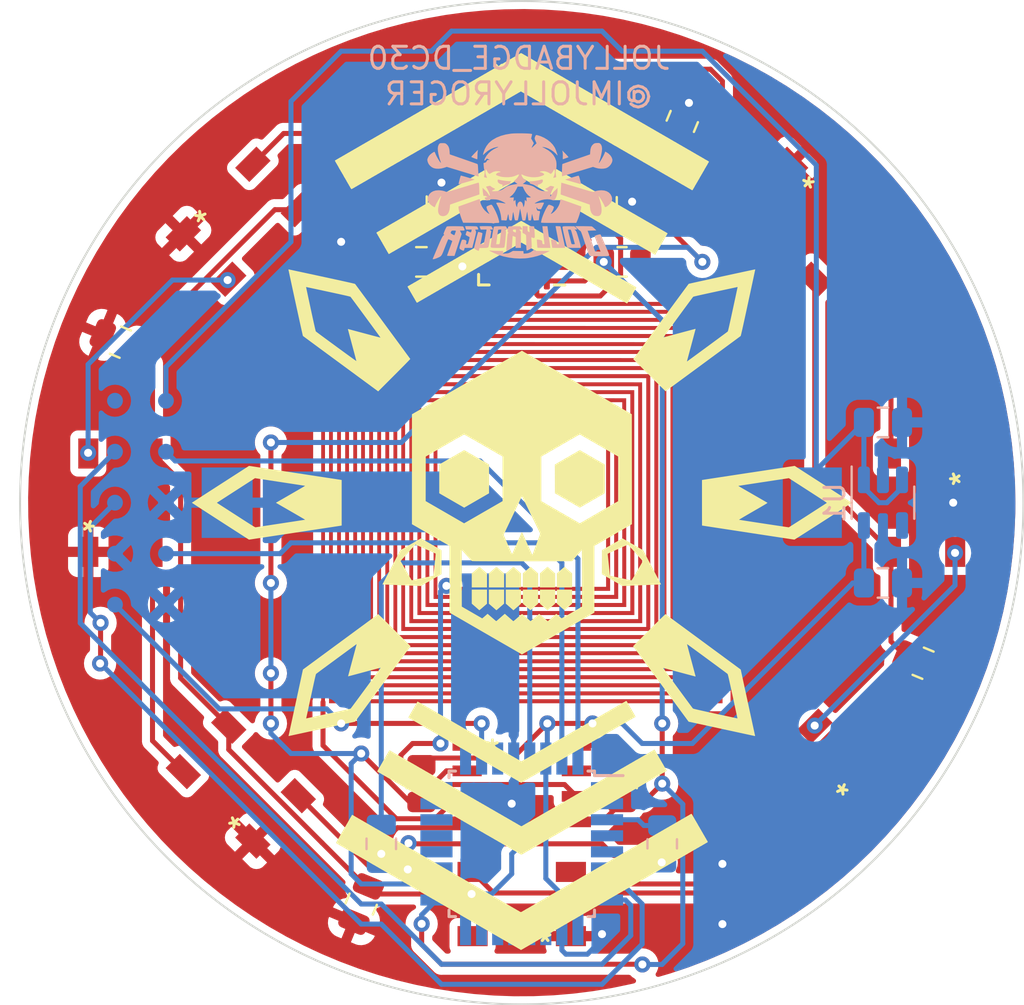
<source format=kicad_pcb>
(kicad_pcb (version 20211014) (generator pcbnew)
  (layers (0 "F.Cu" signal) (31 "B.Cu" signal) (34 "B.Paste" user) (35 "F.Paste" user) (36 "B.SilkS" user "B.Silkscreen") (37 "F.SilkS" user "F.Silkscreen") (38 "B.Mask" user) (39 "F.Mask" user) (44 "Edge.Cuts" user))
  (net 0 "")
  (net 1 "VCC")
  (net 2 "GND")
  (net 3 "Net-(C3-Pad1)")
  (net 4 "Net-(C8-Pad1)")
  (net 5 "Net-(C9-Pad1)")
  (net 6 "Net-(D1-Pad2)")
  (net 7 "Net-(D1-Pad4)")
  (net 8 "Net-(D2-Pad2)")
  (net 9 "Net-(D3-Pad2)")
  (net 10 "Net-(D4-Pad2)")
  (net 11 "Net-(D5-Pad2)")
  (net 12 "Net-(D6-Pad2)")
  (net 13 "/SWDIO")
  (net 14 "/SWCLK")
  (net 15 "/RESET")
  (net 16 "/TX")
  (net 17 "/RX")
  (net 18 "/SWIO")
  (net 23 "/SCL")
  (net 24 "/SDA")
  (net 25 "/NEO_DATA")
  (net 27 "Net-(ANT1-Pad2)")
  (net 28 "Net-(ANT1-Pad1)")
  (net 50 "Net-(D7-Pad2)")
  (footprint "LED_SMD:LED_WS2812B_PLCC4_5.0x5.0mm_P3.2mm" (layer "F.Cu") (at 164 86 135)
    (fp_text reference "D5" hide)
    (fp_text value "WS2812B")
    (fp_text user "*" (at 1.182988 1.898283 135 unlocked) (layer "F.SilkS"))
    (pad "1" smd rect (at -2.45 -1.6 135) (size 1.5 1) (layers "F.Cu" "F.Paste" "F.Mask") (net 1 "VCC"))
    (pad "2" smd rect (at -2.45 1.6 135) (size 1.5 1) (layers "F.Cu" "F.Paste" "F.Mask") (net 11 "Net-(D5-Pad2)"))
    (pad "3" smd rect (at 2.45 1.6 135) (size 1.5 1) (layers "F.Cu" "F.Paste" "F.Mask") (net 2 "GND"))
    (pad "4" smd rect (at 2.45 -1.6 135) (size 1.5 1) (layers "F.Cu" "F.Paste" "F.Mask") (net 10 "Net-(D4-Pad2)"))
  )
  (footprint "Resistor_SMD:R_0805_2012Metric" (layer "F.Cu") (at 155 88 180)
    (fp_text reference "R5" hide)
    (fp_text value "10K")
    (pad "1" smd roundrect (at -0.9125 0 180) (size 1.025 1.4) (layers "F.Cu" "F.Paste" "F.Mask") (roundrect_rratio 0.243902439) (net 1 "VCC"))
    (pad "2" smd roundrect (at 0.9125 0 180) (size 1.025 1.4) (layers "F.Cu" "F.Paste" "F.Mask") (roundrect_rratio 0.243902439) (net 24 "/SDA"))
  )
  (footprint "LED_SMD:LED_WS2812B_PLCC4_5.0x5.0mm_P3.2mm" (layer "F.Cu") (at 130 100 -90)
    (fp_text reference "D2" hide)
    (fp_text value "WS2812B")
    (fp_text user "*" (at 1.172173 1.893439 -90 unlocked) (layer "F.SilkS"))
    (pad "1" smd rect (at -2.45 -1.6 270) (size 1.5 1) (layers "F.Cu" "F.Paste" "F.Mask") (net 1 "VCC"))
    (pad "2" smd rect (at -2.45 1.6 270) (size 1.5 1) (layers "F.Cu" "F.Paste" "F.Mask") (net 8 "Net-(D2-Pad2)"))
    (pad "3" smd rect (at 2.45 1.6 270) (size 1.5 1) (layers "F.Cu" "F.Paste" "F.Mask") (net 2 "GND"))
    (pad "4" smd rect (at 2.45 -1.6 270) (size 1.5 1) (layers "F.Cu" "F.Paste" "F.Mask") (net 6 "Net-(D1-Pad2)"))
  )
  (footprint "LED_SMD:LED_WS2812B_PLCC4_5.0x5.0mm_P3.2mm" (layer "F.Cu") (at 164 114 45)
    (fp_text reference "D7" hide)
    (fp_text value "WS2812B")
    (fp_text user "*" (at 1.192158 1.907454 45 unlocked) (layer "F.SilkS"))
    (pad "1" smd rect (at -2.45 -1.6 45) (size 1.5 1) (layers "F.Cu" "F.Paste" "F.Mask") (net 1 "VCC"))
    (pad "2" smd rect (at -2.45 1.6 45) (size 1.5 1) (layers "F.Cu" "F.Paste" "F.Mask") (net 50 "Net-(D7-Pad2)"))
    (pad "3" smd rect (at 2.45 1.6 45) (size 1.5 1) (layers "F.Cu" "F.Paste" "F.Mask") (net 2 "GND"))
    (pad "4" smd rect (at 2.45 -1.6 45) (size 1.5 1) (layers "F.Cu" "F.Paste" "F.Mask") (net 12 "Net-(D6-Pad2)"))
  )
  (footprint "Capacitor_SMD:C_0805_2012Metric" (layer "F.Cu") (at 146 85 90)
    (fp_text reference "C8" hide)
    (fp_text value "0.1uF")
    (pad "1" smd roundrect (at -0.95 0 90) (size 1 1.45) (layers "F.Cu" "F.Paste" "F.Mask") (net 4 "Net-(C8-Pad1)"))
    (pad "2" smd roundrect (at 0.95 0 90) (size 1 1.45) (layers "F.Cu" "F.Paste" "F.Mask") (net 2 "GND"))
  )
  (footprint "Resistor_SMD:R_0805_2012Metric" (layer "F.Cu") (at 145 114 -90)
    (fp_text reference "R2" hide)
    (fp_text value "10K")
    (pad "1" smd roundrect (at -0.9125 0 270) (size 1.025 1.4) (layers "F.Cu" "F.Paste" "F.Mask") (roundrect_rratio 0.243902439) (net 1 "VCC"))
    (pad "2" smd roundrect (at 0.9125 0 270) (size 1.025 1.4) (layers "F.Cu" "F.Paste" "F.Mask") (roundrect_rratio 0.243902439) (net 23 "/SCL"))
  )
  (footprint "LOGO" (layer "F.Cu") (at 150 100)
    (fp_text reference "G***" hide)
    (fp_text value "LOGO" hide)
  )
  (footprint "Sensor_Motion:InvenSense_QFN-24_4x4mm_P0.5mm" (layer "F.Cu") (at 150 87 180)
    (fp_text reference "MPU-6050" hide)
    (fp_text value "MPU-6050")
    (pad "1" smd roundrect (at -1.95 -1.25 180) (size 0.85 0.3) (layers "F.Cu" "F.Paste" "F.Mask") (net 2 "GND"))
    (pad "2" smd roundrect (at -1.95 -0.75 180) (size 0.85 0.3) (layers "F.Cu" "F.Paste" "F.Mask"))
    (pad "3" smd roundrect (at -1.95 -0.25 180) (size 0.85 0.3) (layers "F.Cu" "F.Paste" "F.Mask"))
    (pad "4" smd roundrect (at -1.95 0.25 180) (size 0.85 0.3) (layers "F.Cu" "F.Paste" "F.Mask"))
    (pad "5" smd roundrect (at -1.95 0.75 180) (size 0.85 0.3) (layers "F.Cu" "F.Paste" "F.Mask"))
    (pad "6" smd roundrect (at -1.95 1.25 180) (size 0.85 0.3) (layers "F.Cu" "F.Paste" "F.Mask"))
    (pad "7" smd roundrect (at -1.25 1.95 270) (size 0.85 0.3) (layers "F.Cu" "F.Paste" "F.Mask"))
    (pad "8" smd roundrect (at -0.75 1.95 270) (size 0.85 0.3) (layers "F.Cu" "F.Paste" "F.Mask") (net 1 "VCC"))
    (pad "9" smd roundrect (at -0.25 1.95 270) (size 0.85 0.3) (layers "F.Cu" "F.Paste" "F.Mask"))
    (pad "10" smd roundrect (at 0.25 1.95 270) (size 0.85 0.3) (layers "F.Cu" "F.Paste" "F.Mask") (net 4 "Net-(C8-Pad1)"))
    (pad "11" smd roundrect (at 0.75 1.95 270) (size 0.85 0.3) (layers "F.Cu" "F.Paste" "F.Mask") (net 2 "GND"))
    (pad "12" smd roundrect (at 1.25 1.95 270) (size 0.85 0.3) (layers "F.Cu" "F.Paste" "F.Mask"))
    (pad "13" smd roundrect (at 1.95 1.25 180) (size 0.85 0.3) (layers "F.Cu" "F.Paste" "F.Mask") (net 1 "VCC"))
    (pad "14" smd roundrect (at 1.95 0.75 180) (size 0.85 0.3) (layers "F.Cu" "F.Paste" "F.Mask"))
    (pad "15" smd roundrect (at 1.95 0.25 180) (size 0.85 0.3) (layers "F.Cu" "F.Paste" "F.Mask"))
    (pad "16" smd roundrect (at 1.95 -0.25 180) (size 0.85 0.3) (layers "F.Cu" "F.Paste" "F.Mask"))
    (pad "17" smd roundrect (at 1.95 -0.75 180) (size 0.85 0.3) (layers "F.Cu" "F.Paste" "F.Mask"))
    (pad "18" smd roundrect (at 1.95 -1.25 180) (size 0.85 0.3) (layers "F.Cu" "F.Paste" "F.Mask") (net 2 "GND"))
    (pad "19" smd roundrect (at 1.25 -1.95 270) (size 0.85 0.3) (layers "F.Cu" "F.Paste" "F.Mask"))
    (pad "20" smd roundrect (at 0.75 -1.95 270) (size 0.85 0.3) (layers "F.Cu" "F.Paste" "F.Mask") (net 5 "Net-(C9-Pad1)"))
    (pad "21" smd roundrect (at 0.25 -1.95 270) (size 0.85 0.3) (layers "F.Cu" "F.Paste" "F.Mask"))
    (pad "22" smd roundrect (at -0.25 -1.95 270) (size 0.85 0.3) (layers "F.Cu" "F.Paste" "F.Mask"))
    (pad "23" smd roundrect (at -0.75 -1.95 270) (size 0.85 0.3) (layers "F.Cu" "F.Paste" "F.Mask") (net 23 "/SCL"))
    (pad "24" smd roundrect (at -1.25 -1.95 270) (size 0.85 0.3) (layers "F.Cu" "F.Paste" "F.Mask") (net 24 "/SDA"))
  )
  (footprint "Resistor_SMD:R_0805_2012Metric" (layer "F.Cu") (at 155 114 -90)
    (fp_text reference "R3" hide)
    (fp_text value "10K")
    (pad "1" smd roundrect (at -0.9125 0 270) (size 1.025 1.4) (layers "F.Cu" "F.Paste" "F.Mask") (roundrect_rratio 0.243902439) (net 1 "VCC"))
    (pad "2" smd roundrect (at 0.9125 0 270) (size 1.025 1.4) (layers "F.Cu" "F.Paste" "F.Mask") (roundrect_rratio 0.243902439) (net 24 "/SDA"))
  )
  (footprint "Resistor_SMD:R_0805_2012Metric" (layer "F.Cu") (at 154 85 -90)
    (fp_text reference "R4" hide)
    (fp_text value "10K")
    (pad "1" smd roundrect (at -0.9125 0 270) (size 1.025 1.4) (layers "F.Cu" "F.Paste" "F.Mask") (roundrect_rratio 0.243902439) (net 1 "VCC"))
    (pad "2" smd roundrect (at 0.9125 0 270) (size 1.025 1.4) (layers "F.Cu" "F.Paste" "F.Mask") (roundrect_rratio 0.243902439) (net 23 "/SCL"))
  )
  (footprint "Capacitor_SMD:C_0805_2012Metric" (layer "F.Cu") (at 170 108 -22.5)
    (fp_text reference "C7" hide)
    (fp_text value "1uF")
    (pad "1" smd roundrect (at -0.95 0 337.5) (size 1 1.45) (layers "F.Cu" "F.Paste" "F.Mask") (net 1 "VCC"))
    (pad "2" smd roundrect (at 0.95 0 337.5) (size 1 1.45) (layers "F.Cu" "F.Paste" "F.Mask") (net 2 "GND"))
  )
  (footprint "Downloads:20x20-rfid-antenna" (layer "F.Cu") (at 150 100 90)
    (fp_text reference "ANT1" hide)
    (fp_text value "NFC_ANTENNA_20x20" hide)
    (fp_poly (pts (xy 10.005419 10.005419) (xy -9.994831 10.005419) (xy -9.994831 -9.603085) (xy 9.613684 -9.603085) (xy 9.611031 0.002647) (xy 9.608378 9.608378) (xy 0.002647 9.611031) (xy -9.603085 9.613684) (xy -9.603085 -9.200751) (xy 9.21135 -9.200751) (xy 9.208697 0.002647) (xy 9.206044 9.206044) (xy 0.002647 9.208697) (xy -9.200751 9.21135) (xy -9.200751 -8.798416) (xy 8.809016 -8.798416) (xy 8.80371 8.80371) (xy -8.798416 8.809016) (xy -8.798416 -8.396082) (xy 8.406669 -8.396082) (xy 8.406669 8.406669) (xy -8.396082 8.406669) (xy -8.396082 -8.004335) (xy 8.004349 -8.004335) (xy 7.999041 7.999041) (xy -8.004335 8.004349) (xy -8.004335 -7.602001) (xy 7.612603 -7.602001) (xy 7.609949 0.002647) (xy 7.607294 7.607294) (xy 0.002647 7.609949) (xy -7.602001 7.612603) (xy -7.602001 -7.199667) (xy 7.210269 -7.199667) (xy 7.207615 0.002647) (xy 7.20496 7.20496) (xy 0.002647 7.207615) (xy -7.199667 7.210269) (xy -7.199667 -6.797333) (xy 6.80792 -6.797333) (xy 6.80792 6.80792) (xy -6.797333 6.80792) (xy -6.797333 -6.394998) (xy 6.405585 -6.394998) (xy 6.405585 6.405585) (xy -6.394998 6.405585) (xy -6.394998 -6.003252) (xy 6.00327 -6.003252) (xy 6.000613 -0.002647) (xy 5.997957 5.997957) (xy -0.002647 6.000613) (xy -6.003252 6.00327) (xy -6.003252 -5.600917) (xy 5.611524 -5.600917) (xy 5.608867 0.002647) (xy 5.606211 5.606211) (xy 0.002647 5.608867) (xy -5.600917 5.611524) (xy -5.600917 -5.198583) (xy 5.209192 -5.198583) (xy 5.206534 0.002647) (xy 5.203876 5.203876) (xy 0.002647 5.206534) (xy -5.198583 5.209192) (xy -5.198583 -4.796249) (xy 4.806836 -4.796249) (xy 4.806836 4.806836) (xy -4.796249 4.806836) (xy -4.796249 -4.393914) (xy 4.404502 -4.393914) (xy 4.404502 4.404502) (xy -4.393914 4.404502) (xy -4.393914 -4.002168) (xy -4.192747 -4.002168) (xy -4.192747 4.203334) (xy 4.203334 4.203334) (xy 4.203334 -4.203335) (xy -4.595082 -4.203335) (xy -4.595082 4.605669) (xy 4.605669 4.605669) (xy 4.605669 -4.605669) (xy -4.997416 -4.605669) (xy -4.997416 5.008003) (xy 5.008003 5.008003) (xy 5.008003 -5.008004) (xy -5.39975 -5.008004) (xy -5.39975 5.410337) (xy 5.410337 5.410337) (xy 5.410337 -5.410338) (xy -5.802085 -5.410338) (xy -5.802085 5.802084) (xy 5.802084 5.802084) (xy 5.802084 -5.812672) (xy -6.193831 -5.812672) (xy -6.193831 6.204418) (xy 6.204418 6.204418) (xy 6.204418 -6.204419) (xy -6.596165 -6.204419) (xy -6.596165 6.606752) (xy 6.606752 6.606752) (xy 6.606752 -6.606753) (xy -6.9985 -6.606753) (xy -6.9985 7.009087) (xy 7.009087 7.009087) (xy 7.009087 -7.009087) (xy -7.400834 -7.009087) (xy -7.400834 7.411421) (xy 7.411421 7.411421) (xy 7.411421 -7.411422) (xy -7.803168 -7.411422) (xy -7.803168 7.803168) (xy 7.803168 7.803168) (xy 7.803168 -7.813756) (xy -8.194915 -7.813756) (xy -8.194915 8.205502) (xy 8.205502 8.205502) (xy 8.205502 -8.205503) (xy -8.597249 -8.205503) (xy -8.597249 8.607836) (xy 8.607836 8.607836) (xy 8.607836 -8.607837) (xy -8.999583 -8.607837) (xy -8.999583 9.010171) (xy 9.010171 9.010171) (xy 9.010171 -9.010171) (xy -9.401918 -9.010171) (xy -9.401918 9.412505) (xy 9.412505 9.412505) (xy 9.412505 -9.412506) (xy -9.793664 -9.412506) (xy -9.793664 9.804251) (xy 9.804251 9.804251) (xy 9.804251 -9.804252) (xy -9.994831 -9.804252) (xy -9.994831 -9.994831) (xy 10.005419 -9.994831)) (layer "F.Cu") (width 0) (fill solid))
  )
  (footprint "footprints:ST25DV04K-IER6S3" (layer "F.Cu") (at 150 114)
    (fp_text reference "ST25DV1" hide)
    (fp_text value "ST25DV04K-IER6S3" hide)
    (fp_text user "*" (at -1.46042 -1.638915) (layer "F.SilkS"))
    (pad "1" smd rect (at -2.721348 -1.905) (size 1.454899 0.5326) (layers "F.Cu" "F.Paste" "F.Mask"))
    (pad "2" smd rect (at -2.721348 -0.635) (size 1.454899 0.5326) (layers "F.Cu" "F.Paste" "F.Mask") (net 27 "Net-(ANT1-Pad2)"))
    (pad "3" smd rect (at -2.721348 0.635) (size 1.454899 0.5326) (layers "F.Cu" "F.Paste" "F.Mask") (net 28 "Net-(ANT1-Pad1)"))
    (pad "4" smd rect (at -2.721348 1.905) (size 1.454899 0.5326) (layers "F.Cu" "F.Paste" "F.Mask") (net 2 "GND"))
    (pad "5" smd rect (at 2.721348 1.905) (size 1.454899 0.5326) (layers "F.Cu" "F.Paste" "F.Mask") (net 24 "/SDA"))
    (pad "6" smd rect (at 2.721348 0.635) (size 1.454899 0.5326) (layers "F.Cu" "F.Paste" "F.Mask") (net 23 "/SCL"))
    (pad "7" smd rect (at 2.721348 -0.635) (size 1.454899 0.5326) (layers "F.Cu" "F.Paste" "F.Mask"))
    (pad "8" smd rect (at 2.721348 -1.905) (size 1.454899 0.5326) (layers "F.Cu" "F.Paste" "F.Mask") (net 1 "VCC"))
  )
  (footprint "LED_SMD:LED_WS2812B_PLCC4_5.0x5.0mm_P3.2mm" (layer "F.Cu") (at 150 120)
    (fp_text reference "D8" hide)
    (fp_text value "WS2812B")
    (fp_text user "*" (at 1.164647 1.934965 unlocked) (layer "F.SilkS"))
    (pad "1" smd rect (at -2.45 -1.6) (size 1.5 1) (layers "F.Cu" "F.Paste" "F.Mask") (net 1 "VCC"))
    (pad "2" smd rect (at -2.45 1.6) (size 1.5 1) (layers "F.Cu" "F.Paste" "F.Mask"))
    (pad "3" smd rect (at 2.45 1.6) (size 1.5 1) (layers "F.Cu" "F.Paste" "F.Mask") (net 2 "GND"))
    (pad "4" smd rect (at 2.45 -1.6) (size 1.5 1) (layers "F.Cu" "F.Paste" "F.Mask") (net 50 "Net-(D7-Pad2)"))
  )
  (footprint "Capacitor_SMD:C_0805_2012Metric" (layer "F.Cu") (at 130 92 157.5)
    (fp_text reference "C5" hide)
    (fp_text value "1uF")
    (pad "1" smd roundrect (at -0.95 0 157.5) (size 1 1.45) (layers "F.Cu" "F.Paste" "F.Mask") (net 1 "VCC"))
    (pad "2" smd roundrect (at 0.95 0 157.5) (size 1 1.45) (layers "F.Cu" "F.Paste" "F.Mask") (net 2 "GND"))
  )
  (footprint "Capacitor_SMD:C_0805_2012Metric" (layer "F.Cu") (at 142 120 -112.5)
    (fp_text reference "C4" hide)
    (fp_text value "1uF")
    (pad "1" smd roundrect (at -0.95 0 247.5) (size 1 1.45) (layers "F.Cu" "F.Paste" "F.Mask") (net 1 "VCC"))
    (pad "2" smd roundrect (at 0.95 0 247.5) (size 1 1.45) (layers "F.Cu" "F.Paste" "F.Mask") (net 2 "GND"))
  )
  (footprint "LED_SMD:LED_WS2812B_PLCC4_5.0x5.0mm_P3.2mm" (layer "F.Cu") (at 136 114 -45)
    (fp_text reference "D1" hide)
    (fp_text value "WS2812B")
    (fp_text user "*" (at 1.146608 1.90563 -45 unlocked) (layer "F.SilkS"))
    (pad "1" smd rect (at -2.45 -1.6 315) (size 1.5 1) (layers "F.Cu" "F.Paste" "F.Mask") (net 1 "VCC"))
    (pad "2" smd rect (at -2.45 1.6 315) (size 1.5 1) (layers "F.Cu" "F.Paste" "F.Mask") (net 6 "Net-(D1-Pad2)"))
    (pad "3" smd rect (at 2.45 1.6 315) (size 1.5 1) (layers "F.Cu" "F.Paste" "F.Mask") (net 2 "GND"))
    (pad "4" smd rect (at 2.45 -1.6 315) (size 1.5 1) (layers "F.Cu" "F.Paste" "F.Mask") (net 7 "Net-(D1-Pad4)"))
  )
  (footprint "Capacitor_SMD:C_0805_2012Metric" (layer "F.Cu") (at 158 81 67.5)
    (fp_text reference "C6" hide)
    (fp_text value "1uF")
    (pad "1" smd roundrect (at -0.95 0 67.5) (size 1 1.45) (layers "F.Cu" "F.Paste" "F.Mask") (net 1 "VCC"))
    (pad "2" smd roundrect (at 0.95 0 67.5) (size 1 1.45) (layers "F.Cu" "F.Paste" "F.Mask") (net 2 "GND"))
  )
  (footprint "LED_SMD:LED_WS2812B_PLCC4_5.0x5.0mm_P3.2mm" (layer "F.Cu") (at 136 86 -135)
    (fp_text reference "D3" hide)
    (fp_text value "WS2812B")
    (fp_text user "*" (at 1.22884 1.934965 -135 unlocked) (layer "F.SilkS"))
    (pad "1" smd rect (at -2.45 -1.6 225) (size 1.5 1) (layers "F.Cu" "F.Paste" "F.Mask") (net 1 "VCC"))
    (pad "2" smd rect (at -2.45 1.6 225) (size 1.5 1) (layers "F.Cu" "F.Paste" "F.Mask") (net 9 "Net-(D3-Pad2)"))
    (pad "3" smd rect (at 2.45 1.6 225) (size 1.5 1) (layers "F.Cu" "F.Paste" "F.Mask") (net 2 "GND"))
    (pad "4" smd rect (at 2.45 -1.6 225) (size 1.5 1) (layers "F.Cu" "F.Paste" "F.Mask") (net 8 "Net-(D2-Pad2)"))
  )
  (footprint "LED_SMD:LED_WS2812B_PLCC4_5.0x5.0mm_P3.2mm" (layer "F.Cu") (at 170 100 90)
    (fp_text reference "D6" hide)
    (fp_text value "WS2812B")
    (fp_text user "*" (at 1.192158 1.907454 90 unlocked) (layer "F.SilkS"))
    (pad "1" smd rect (at -2.45 -1.6 90) (size 1.5 1) (layers "F.Cu" "F.Paste" "F.Mask") (net 1 "VCC"))
    (pad "2" smd rect (at -2.45 1.6 90) (size 1.5 1) (layers "F.Cu" "F.Paste" "F.Mask") (net 12 "Net-(D6-Pad2)"))
    (pad "3" smd rect (at 2.45 1.6 90) (size 1.5 1) (layers "F.Cu" "F.Paste" "F.Mask") (net 2 "GND"))
    (pad "4" smd rect (at 2.45 -1.6 90) (size 1.5 1) (layers "F.Cu" "F.Paste" "F.Mask") (net 11 "Net-(D5-Pad2)"))
  )
  (footprint "Capacitor_SMD:C_0805_2012Metric" (layer "F.Cu") (at 145 88 180)
    (fp_text reference "C9" hide)
    (fp_text value "2.2nF")
    (pad "1" smd roundrect (at -0.95 0 180) (size 1 1.45) (layers "F.Cu" "F.Paste" "F.Mask") (net 5 "Net-(C9-Pad1)"))
    (pad "2" smd roundrect (at 0.95 0 180) (size 1 1.45) (layers "F.Cu" "F.Paste" "F.Mask") (net 2 "GND"))
  )
  (footprint "LED_SMD:LED_WS2812B_PLCC4_5.0x5.0mm_P3.2mm" (layer "F.Cu") (at 150 80 180)
    (fp_text reference "D4" hide)
    (fp_text value "WS2812B")
    (fp_text user "*" (at 1.142805 1.910123 180 unlocked) (layer "F.SilkS"))
    (pad "1" smd rect (at -2.45 -1.6 180) (size 1.5 1) (layers "F.Cu" "F.Paste" "F.Mask") (net 1 "VCC"))
    (pad "2" smd rect (at -2.45 1.6 180) (size 1.5 1) (layers "F.Cu" "F.Paste" "F.Mask") (net 10 "Net-(D4-Pad2)"))
    (pad "3" smd rect (at 2.45 1.6 180) (size 1.5 1) (layers "F.Cu" "F.Paste" "F.Mask") (net 2 "GND"))
    (pad "4" smd rect (at 2.45 -1.6 180) (size 1.5 1) (layers "F.Cu" "F.Paste" "F.Mask") (net 9 "Net-(D3-Pad2)"))
  )
  (footprint "LOGO" (layer "B.Cu") (at 149.908536 84.680566 180)
    (fp_text reference "G***" hide)
    (fp_text value "LOGO" hide)
  )
  (footprint "Capacitor_SMD:C_0805_2012Metric" (layer "B.Cu") (at 168 104)
    (fp_text reference "C2" hide)
    (fp_text value "1uF")
    (pad "1" smd roundrect (at -0.95 0) (size 1 1.45) (layers "B.Cu" "B.Paste" "B.Mask") (net 1 "VCC"))
    (pad "2" smd roundrect (at 0.95 0) (size 1 1.45) (layers "B.Cu" "B.Paste" "B.Mask") (net 2 "GND"))
  )
  (footprint "Battery:BatteryHolder_Keystone_1058_1x2032" (layer "B.Cu") (at 150 100 180)
    (fp_text reference "BAT1" hide)
    (fp_text value "Battery_Cell_2032")
    (pad "1" smd rect (at -14.68 0 180) (size 2.54 3.51) (layers "B.Cu" "B.Paste" "B.Mask") (net 1 "VCC"))
    (pad "2" smd rect (at 14.68 0 180) (size 2.54 3.51) (layers "B.Cu" "B.Paste" "B.Mask") (net 2 "GND"))
  )
  (footprint "Capacitor_SMD:C_0805_2012Metric" (layer "B.Cu") (at 168 96)
    (fp_text reference "C1" hide)
    (fp_text value "1uF")
    (pad "1" smd roundrect (at -0.95 0) (size 1 1.45) (layers "B.Cu" "B.Paste" "B.Mask") (net 1 "VCC"))
    (pad "2" smd roundrect (at 0.95 0) (size 1 1.45) (layers "B.Cu" "B.Paste" "B.Mask") (net 2 "GND"))
  )
  (footprint "Capacitor_SMD:C_0805_2012Metric" (layer "B.Cu") (at 143 117 -90)
    (fp_text reference "C3" hide)
    (fp_text value "1uF")
    (pad "1" smd roundrect (at -0.95 0 270) (size 1 1.45) (layers "B.Cu" "B.Paste" "B.Mask") (net 3 "Net-(C3-Pad1)"))
    (pad "2" smd roundrect (at 0.95 0 270) (size 1 1.45) (layers "B.Cu" "B.Paste" "B.Mask") (net 2 "GND"))
  )
  (footprint "Connector:Tag-Connect_TC2050-IDC-FP_2x05_P1.27mm_Vertical" (layer "B.Cu") (at 131 100 -90)
    (fp_text reference "JTag1" hide)
    (fp_text value "TC2050-IDC-FP")
    (pad "1" connect circle (at -5.08 -1.27 270) (size 0.7874 0.7874) (layers "B.Cu" "B.Mask") (net 1 "VCC"))
    (pad "2" connect circle (at -2.54 -1.27 270) (size 0.7874 0.7874) (layers "B.Cu" "B.Mask") (net 13 "/SWDIO"))
    (pad "3" connect circle (at 0 -1.27 270) (size 0.7874 0.7874) (layers "B.Cu" "B.Mask") (net 2 "GND"))
    (pad "4" connect circle (at 2.54 -1.27 270) (size 0.7874 0.7874) (layers "B.Cu" "B.Mask") (net 14 "/SWCLK"))
    (pad "5" connect circle (at 5.08 -1.27 270) (size 0.7874 0.7874) (layers "B.Cu" "B.Mask") (net 2 "GND"))
    (pad "6" connect circle (at 5.08 1.27 270) (size 0.7874 0.7874) (layers "B.Cu" "B.Mask") (net 15 "/RESET"))
    (pad "7" connect circle (at 2.54 1.27 270) (size 0.7874 0.7874) (layers "B.Cu" "B.Mask") (net 2 "GND"))
    (pad "8" connect circle (at 0 1.27 270) (size 0.7874 0.7874) (layers "B.Cu" "B.Mask") (net 16 "/TX"))
    (pad "9" connect circle (at -2.54 1.27 270) (size 0.7874 0.7874) (layers "B.Cu" "B.Mask") (net 17 "/RX"))
    (pad "10" connect circle (at -5.08 1.27 270) (size 0.7874 0.7874) (layers "B.Cu" "B.Mask") (net 18 "/SWIO"))
  )
  (footprint "Package_QFP:TQFP-32_7x7mm_P0.8mm" (layer "B.Cu") (at 150 117 180)
    (fp_text reference "U3" hide)
    (fp_text value "ATSAMD21E16A-A")
    (pad "1" smd rect (at -4.25 2.8 180) (size 1.6 0.55) (layers "B.Cu" "B.Paste" "B.Mask"))
    (pad "2" smd rect (at -4.25 2 180) (size 1.6 0.55) (layers "B.Cu" "B.Paste" "B.Mask"))
    (pad "3" smd rect (at -4.25 1.2 180) (size 1.6 0.55) (layers "B.Cu" "B.Paste" "B.Mask") (net 25 "/NEO_DATA"))
    (pad "4" smd rect (at -4.25 0.4 180) (size 1.6 0.55) (layers "B.Cu" "B.Paste" "B.Mask"))
    (pad "5" smd rect (at -4.25 -0.4 180) (size 1.6 0.55) (layers "B.Cu" "B.Paste" "B.Mask"))
    (pad "6" smd rect (at -4.25 -1.2 180) (size 1.6 0.55) (layers "B.Cu" "B.Paste" "B.Mask"))
    (pad "7" smd rect (at -4.25 -2 180) (size 1.6 0.55) (layers "B.Cu" "B.Paste" "B.Mask") (net 16 "/TX"))
    (pad "8" smd rect (at -4.25 -2.8 180) (size 1.6 0.55) (layers "B.Cu" "B.Paste" "B.Mask") (net 17 "/RX"))
    (pad "9" smd rect (at -2.8 -4.25 90) (size 1.6 0.55) (layers "B.Cu" "B.Paste" "B.Mask") (net 1 "VCC"))
    (pad "10" smd rect (at -2 -4.25 90) (size 1.6 0.55) (layers "B.Cu" "B.Paste" "B.Mask") (net 2 "GND"))
    (pad "11" smd rect (at -1.2 -4.25 90) (size 1.6 0.55) (layers "B.Cu" "B.Paste" "B.Mask"))
    (pad "12" smd rect (at -0.4 -4.25 90) (size 1.6 0.55) (layers "B.Cu" "B.Paste" "B.Mask"))
    (pad "13" smd rect (at 0.4 -4.25 90) (size 1.6 0.55) (layers "B.Cu" "B.Paste" "B.Mask"))
    (pad "14" smd rect (at 1.2 -4.25 90) (size 1.6 0.55) (layers "B.Cu" "B.Paste" "B.Mask"))
    (pad "15" smd rect (at 2 -4.25 90) (size 1.6 0.55) (layers "B.Cu" "B.Paste" "B.Mask"))
    (pad "16" smd rect (at 2.8 -4.25 90) (size 1.6 0.55) (layers "B.Cu" "B.Paste" "B.Mask"))
    (pad "17" smd rect (at 4.25 -2.8 180) (size 1.6 0.55) (layers "B.Cu" "B.Paste" "B.Mask") (net 24 "/SDA"))
    (pad "18" smd rect (at 4.25 -2 180) (size 1.6 0.55) (layers "B.Cu" "B.Paste" "B.Mask") (net 23 "/SCL"))
    (pad "19" smd rect (at 4.25 -1.2 180) (size 1.6 0.55) (layers "B.Cu" "B.Paste" "B.Mask"))
    (pad "20" smd rect (at 4.25 -0.4 180) (size 1.6 0.55) (layers "B.Cu" "B.Paste" "B.Mask"))
    (pad "21" smd rect (at 4.25 0.4 180) (size 1.6 0.55) (layers "B.Cu" "B.Paste" "B.Mask"))
    (pad "22" smd rect (at 4.25 1.2 180) (size 1.6 0.55) (layers "B.Cu" "B.Paste" "B.Mask"))
    (pad "23" smd rect (at 4.25 2 180) (size 1.6 0.55) (layers "B.Cu" "B.Paste" "B.Mask"))
    (pad "24" smd rect (at 4.25 2.8 180) (size 1.6 0.55) (layers "B.Cu" "B.Paste" "B.Mask"))
    (pad "25" smd rect (at 2.8 4.25 90) (size 1.6 0.55) (layers "B.Cu" "B.Paste" "B.Mask"))
    (pad "26" smd rect (at 2 4.25 90) (size 1.6 0.55) (layers "B.Cu" "B.Paste" "B.Mask") (net 15 "/RESET"))
    (pad "27" smd rect (at 1.2 4.25 90) (size 1.6 0.55) (layers "B.Cu" "B.Paste" "B.Mask"))
    (pad "28" smd rect (at 0.4 4.25 90) (size 1.6 0.55) (layers "B.Cu" "B.Paste" "B.Mask") (net 2 "GND"))
    (pad "29" smd rect (at -0.4 4.25 90) (size 1.6 0.55) (layers "B.Cu" "B.Paste" "B.Mask") (net 3 "Net-(C3-Pad1)"))
    (pad "30" smd rect (at -1.2 4.25 90) (size 1.6 0.55) (layers "B.Cu" "B.Paste" "B.Mask") (net 1 "VCC"))
    (pad "31" smd rect (at -2 4.25 90) (size 1.6 0.55) (layers "B.Cu" "B.Paste" "B.Mask") (net 14 "/SWCLK"))
    (pad "32" smd rect (at -2.8 4.25 90) (size 1.6 0.55) (layers "B.Cu" "B.Paste" "B.Mask") (net 13 "/SWDIO"))
  )
  (footprint "Package_TO_SOT_SMD:SOT-23-5" (layer "B.Cu") (at 168 100 -90)
    (fp_text reference "U1" (at 0 2.4 90) (layer "B.SilkS") (effects (justify mirror)))
    (fp_text value "XC6210B332MR")
    (pad "1" smd roundrect (at -1.1375 0.95 270) (size 1.325 0.6) (layers "B.Cu" "B.Paste" "B.Mask") (net 1 "VCC"))
    (pad "2" smd roundrect (at -1.1375 0 270) (size 1.325 0.6) (layers "B.Cu" "B.Paste" "B.Mask") (net 2 "GND"))
    (pad "3" smd roundrect (at -1.1375 -0.95 270) (size 1.325 0.6) (layers "B.Cu" "B.Paste" "B.Mask") (net 1 "VCC"))
    (pad "4" smd roundrect (at 1.1375 -0.95 270) (size 1.325 0.6) (layers "B.Cu" "B.Paste" "B.Mask"))
    (pad "5" smd roundrect (at 1.1375 0.95 270) (size 1.325 0.6) (layers "B.Cu" "B.Paste" "B.Mask") (net 1 "VCC"))
  )
  (footprint "Resistor_SMD:R_0805_2012Metric" (layer "B.Cu") (at 157 117 -90)
    (fp_text reference "R1" hide)
    (fp_text value "470")
    (pad "1" smd roundrect (at -0.9125 0 270) (size 1.025 1.4) (layers "B.Cu" "B.Paste" "B.Mask") (roundrect_rratio 0.243902439) (net 25 "/NEO_DATA"))
    (pad "2" smd roundrect (at 0.9125 0 270) (size 1.025 1.4) (layers "B.Cu" "B.Paste" "B.Mask") (roundrect_rratio 0.243902439) (net 7 "Net-(D1-Pad4)"))
  )
  (gr_circle (center 150 100) (end 175 100) (layer "Edge.Cuts") (width 0.1) (fill none))
  (gr_text "JOLLYBADGE_DC30\n@IMJOLLYROGER" (at 149.86 78.74) (layer "B.SilkS") (effects (font (size 1.1 1.1)) (justify mirror)))
  (segment (start 135.398959 111.136218) (end 133 108.737259) (width 0.25) (layer "F.Cu") (net 1))
  (segment (start 153.5245 111) (end 151.2755 111) (width 0.25) (layer "F.Cu") (net 1))
  (segment (start 162.302266 114.601041) (end 161.136218 114.601041) (width 0.25) (layer "F.Cu") (net 1))
  (segment (start 159.5 89.5) (end 157.4125 89.5) (width 0.25) (layer "F.Cu") (net 1))
  (segment (start 164.607362 115.607362) (end 164.607362 117.392638) (width 0.25) (layer "F.Cu") (net 1))
  (segment (start 163.601041 114.601041) (end 164.607362 115.607362) (width 0.25) (layer "F.Cu") (net 1))
  (segment (start 148.59952 119.44952) (end 147.55 118.4) (width 0.25) (layer "F.Cu") (net 1))
  (segment (start 147.29952 85.75) (end 147.04952 86) (width 0.25) (layer "F.Cu") (net 1))
  (segment (start 140.048347 116.951653) (end 135.398959 112.302266) (width 0.25) (layer "F.Cu") (net 1))
  (segment (start 141.83823 82.424511) (end 151.625489 82.424511) (width 0.25) (layer "F.Cu") (net 1))
  (segment (start 141.63137 82.63137) (end 141.83823 82.424511) (width 0.25) (layer "F.Cu") (net 1))
  (segment (start 135.398959 112.302266) (end 135.398959 111.136218) (width 0.25) (layer "F.Cu") (net 1))
  (segment (start 161.136218 114.601041) (end 163.601041 114.601041) (width 0.25) (layer "F.Cu") (net 1))
  (segment (start 142.219007 119.122314) (end 140.048347 116.951653) (width 0.25) (layer "F.Cu") (net 1))
  (segment (start 151.2755 111) (end 149.550989 112.724511) (width 0.25) (layer "F.Cu") (net 1))
  (segment (start 130.877686 92.363549) (end 130.877686 92.219007) (width 0.25) (layer "F.Cu") (net 1))
  (segment (start 152.45 81.6) (end 157.358765 81.6) (width 0.25) (layer "F.Cu") (net 1))
  (segment (start 142.741235 119.5) (end 142.363549 119.122314) (width 0.25) (layer "F.Cu") (net 1))
  (segment (start 153.5245 111) (end 153.5245 111.291848) (width 0.25) (layer "F.Cu") (net 1))
  (segment (start 151.625489 82.424511) (end 151.625489 83.684505) (width 0.25) (layer "F.Cu") (net 1))
  (segment (start 138.863782 85.398959) (end 141.898959 85.398959) (width 0.25) (layer "F.Cu") (net 1))
  (segment (start 141.898959 85.398959) (end 143.45048 86.95048) (width 0.25) (layer "F.Cu") (net 1))
  (segment (start 158.535606 83.964394) (end 158.535606 85.535606) (width 0.25) (layer "F.Cu") (net 1))
  (segment (start 133 98.95) (end 131.6 97.55) (width 0.25) (layer "F.Cu") (net 1))
  (segment (start 149.550989 112.724511) (end 145.362989 112.724511) (width 0.25) (layer "F.Cu") (net 1))
  (segment (start 151.625489 82.424511) (end 152.45 81.6) (width 0.25) (layer "F.Cu") (net 1))
  (segment (start 164.601041 88.863782) (end 164.601041 98.651041) (width 0.25) (layer "F.Cu") (net 1))
  (segment (start 130.877686 92.219007) (end 137.697734 85.398959) (width 0.25) (layer "F.Cu") (net 1))
  (segment (start 147.04952 86.45048) (end 147.04952 86) (width 0.25) (layer "F.Cu") (net 1))
  (segment (start 158.535606 83.964394) (end 163.434993 88.863782) (width 0.25) (layer "F.Cu") (net 1))
  (segment (start 157.4125 89.5) (end 155.9125 88) (width 0.25) (layer "F.Cu") (net 1))
  (segment (start 133 108.737259) (end 133 98.95) (width 0.25) (layer "F.Cu") (net 1))
  (segment (start 155 113.0875) (end 154.0075 112.095) (width 0.25) (layer "F.Cu") (net 1))
  (segment (start 145.362989 112.724511) (end 145 113.0875) (width 0.25) (layer "F.Cu") (net 1))
  (segment (start 143.45048 86.95048) (end 146.54952 86.95048) (width 0.25) (layer "F.Cu") (net 1))
  (segment (start 131.6 93.085863) (end 130.877686 92.363549) (width 0.25) (layer "F.Cu") (net 1))
  (segment (start 158.535606 85.535606) (end 160.5 87.5) (width 0.25) (layer "F.Cu") (net 1))
  (segment (start 164.607362 117.392638) (end 162.55048 119.44952) (width 0.25) (layer "F.Cu") (net 1))
  (segment (start 157.358765 81.6) (end 157.636451 81.877686) (width 0.25) (layer "F.Cu") (net 1))
  (segment (start 131.6 97.55) (end 131.6 93.085863) (width 0.25) (layer "F.Cu") (net 1))
  (segment (start 151.625489 83.684505) (end 150.75 84.559994) (width 0.25) (layer "F.Cu") (net 1))
  (segment (start 147.5 119.5) (end 142.741235 119.5) (width 0.25) (layer "F.Cu") (net 1))
  (segment (start 152.45 82.5375) (end 154 84.0875) (width 0.25) (layer "F.Cu") (net 1))
  (segment (start 150.75 84.559994) (end 150.75 85.05) (width 0.25) (layer "F.Cu") (net 1))
  (segment (start 169.122314 107.636451) (end 169.122314 107.780993) (width 0.25) (layer "F.Cu") (net 1))
  (segment (start 137.697734 85.398959) (end 138.863782 85.398959) (width 0.25) (layer "F.Cu") (net 1))
  (segment (start 146.54952 86.95048) (end 147.04952 86.45048) (width 0.25) (layer "F.Cu") (net 1))
  (segment (start 138.863782 85.398959) (end 141.63137 82.63137) (width 0.25) (layer "F.Cu") (net 1))
  (segment (start 169.122314 107.780993) (end 162.302266 114.601041) (width 0.25) (layer "F.Cu") (net 1))
  (segment (start 152.45 81.6) (end 152.45 82.5375) (width 0.25) (layer "F.Cu") (net 1))
  (segment (start 164.601041 98.651041) (end 168.4 102.45) (width 0.25) (layer "F.Cu") (net 1))
  (segment (start 148.05 85.75) (end 147.29952 85.75) (width 0.25) (layer "F.Cu") (net 1))
  (segment (start 160.5 87.5) (end 160.5 88.5) (width 0.25) (layer "F.Cu") (net 1))
  (segment (start 168.4 106.914137) (end 169.122314 107.636451) (width 0.25) (layer "F.Cu") (net 1))
  (segment (start 162.55048 119.44952) (end 148.59952 119.44952) (width 0.25) (layer "F.Cu") (net 1))
  (segment (start 142.363549 119.122314) (end 142.219007 119.122314) (width 0.25) (layer "F.Cu") (net 1))
  (segment (start 154.0075 112.095) (end 152.721348 112.095) (width 0.25) (layer "F.Cu") (net 1))
  (segment (start 160.5 88.5) (end 159.5 89.5) (width 0.25) (layer "F.Cu") (net 1))
  (segment (start 153.5245 111.291848) (end 152.721348 112.095) (width 0.25) (layer "F.Cu") (net 1))
  (segment (start 168.4 102.45) (end 168.4 106.914137) (width 0.25) (layer "F.Cu") (net 1))
  (segment (start 157.636451 83.06524) (end 158.535606 83.964394) (width 0.25) (layer "F.Cu") (net 1))
  (segment (start 157.636451 81.877686) (end 157.636451 83.06524) (width 0.25) (layer "F.Cu") (net 1))
  (segment (start 163.434993 88.863782) (end 164.601041 88.863782) (width 0.25) (layer "F.Cu") (net 1))
  (via (at 147.5 119.5) (size 0.8) (drill 0.4) (layers "F.Cu" "B.Cu") (net 1))
  (via (at 151.2755 111) (size 0.8) (drill 0.4) (layers "F.Cu" "B.Cu") (net 1))
  (via (at 153.5245 111) (size 0.8) (drill 0.4) (layers "F.Cu" "B.Cu") (net 1))
  (segment (start 151.2 115.8) (end 149.5 117.5) (width 0.25) (layer "B.Cu") (net 1))
  (segment (start 154 76.5) (end 146.5 76.5) (width 0.25) (layer "B.Cu") (net 1))
  (segment (start 167.05 101.1375) (end 167.05 104) (width 0.25) (layer "B.Cu") (net 1))
  (segment (start 159 77.5) (end 155 77.5) (width 0.25) (layer "B.Cu") (net 1))
  (segment (start 168.95 99.246072) (end 168.95 98.8625) (width 0.25) (layer "B.Cu") (net 1))
  (segment (start 151.2755 112.6745) (end 151.2 112.75) (width 0.25) (layer "B.Cu") (net 1))
  (segment (start 149.5 117.5) (end 149.5 118.5) (width 0.25) (layer "B.Cu") (net 1))
  (segment (start 167.05 96) (end 164.68 98.37) (width 0.25) (layer "B.Cu") (net 1))
  (segment (start 164.68 100) (end 164.68 83.18) (width 0.25) (layer "B.Cu") (net 1))
  (segment (start 151.2 115.8) (end 151.2 118.725978) (width 0.25) (layer "B.Cu") (net 1))
  (segment (start 155 77.5) (end 154 76.5) (width 0.25) (layer "B.Cu") (net 1))
  (segment (start 151.2755 111) (end 151.2755 112.6745) (width 0.25) (layer "B.Cu") (net 1))
  (segment (start 151.2 118.725978) (end 152.8 120.325978) (width 0.25) (layer "B.Cu") (net 1))
  (segment (start 141 77.5) (end 138.5 80) (width 0.25) (layer "B.Cu") (net 1))
  (segment (start 155 111) (end 153.5 111) (width 0.25) (layer "B.Cu") (net 1))
  (segment (start 145.5 77.5) (end 141 77.5) (width 0.25) (layer "B.Cu") (net 1))
  (segment (start 168.196072 100) (end 168.95 99.246072) (width 0.25) (layer "B.Cu") (net 1))
  (segment (start 148.5 119.5) (end 147.5 119.5) (width 0.25) (layer "B.Cu") (net 1))
  (segment (start 149.5 118.5) (end 148.5 119.5) (width 0.25) (layer "B.Cu") (net 1))
  (segment (start 146.5 76.5) (end 145.5 77.5) (width 0.25) (layer "B.Cu") (net 1))
  (segment (start 153.5 111) (end 153.5245 111) (width 0.25) (layer "B.Cu") (net 1))
  (segment (start 132.27 93.23) (end 138.5 87) (width 0.25) (layer "B.Cu") (net 1))
  (segment (start 164.68 83.18) (end 159 77.5) (width 0.25) (layer "B.Cu") (net 1))
  (segment (start 167.05 96) (end 167.05 98.8625) (width 0.25) (layer "B.Cu") (net 1))
  (segment (start 167.05 104) (end 166.5 104) (width 0.25) (layer "B.Cu") (net 1))
  (segment (start 138.5 80) (end 138.5 87) (width 0.25) (layer "B.Cu") (net 1))
  (segment (start 167.05 99.246072) (end 167.803928 100) (width 0.25) (layer "B.Cu") (net 1))
  (segment (start 151.2 112.75) (end 151.2 115.8) (width 0.25) (layer "B.Cu") (net 1))
  (segment (start 132.27 94.92) (end 132.27 93.23) (width 0.25) (layer "B.Cu") (net 1))
  (segment (start 166.5 104) (end 158.5 112) (width 0.25) (layer "B.Cu") (net 1))
  (segment (start 164.68 98.37) (end 164.68 100) (width 0.25) (layer "B.Cu") (net 1))
  (segment (start 167.803928 100) (end 168.196072 100) (width 0.25) (layer "B.Cu") (net 1))
  (segment (start 158.5 112) (end 156 112) (width 0.25) (layer "B.Cu") (net 1))
  (segment (start 167.05 98.8625) (end 167.05 99.246072) (width 0.25) (layer "B.Cu") (net 1))
  (segment (start 152.8 120.325978) (end 152.8 121.25) (width 0.25) (layer "B.Cu") (net 1))
  (segment (start 156 112) (end 155 111) (width 0.25) (layer "B.Cu") (net 1))
  (segment (start 149.25 85.05) (end 149.25 84.25) (width 0.25) (layer "F.Cu") (net 2))
  (segment (start 147.278652 115.905) (end 146.984612 116.19904) (width 0.25) (layer "F.Cu") (net 2))
  (segment (start 143.80096 116.19904) (end 143 117) (width 0.25) (layer "F.Cu") (net 2))
  (segment (start 148.05 88.25) (end 147.25 88.25) (width 0.25) (layer "F.Cu") (net 2))
  (segment (start 146.984612 116.19904) (end 143.80096 116.19904) (width 0.25) (layer "F.Cu") (net 2))
  (segment (start 147.05 84.05) (end 146 84.05) (width 0.25) (layer "F.Cu") (net 2))
  (segment (start 149.05 84.05) (end 147.05 84.05) (width 0.25) (layer "F.Cu") (net 2))
  (segment (start 143 117) (end 143 117.5) (width 0.25) (layer "F.Cu") (net 2))
  (segment (start 149.25 84.25) (end 149.05 84.05) (width 0.25) (layer "F.Cu") (net 2))
  (segment (start 152.69952 85.30048) (end 153 85) (width 0.25) (layer "F.Cu") (net 2))
  (segment (start 147.25 88.25) (end 147.05 88.05) (width 0.25) (layer "F.Cu") (net 2))
  (segment (start 152.440006 88.25) (end 152.69952 87.990486) (width 0.25) (layer "F.Cu") (net 2))
  (segment (start 152.69952 87.990486) (end 152.69952 85.30048) (width 0.25) (layer "F.Cu") (net 2))
  (segment (start 151.95 88.25) (end 152.440006 88.25) (width 0.25) (layer "F.Cu") (net 2))
  (segment (start 153 85) (end 155.5 85) (width 0.25) (layer "F.Cu") (net 2))
  (via (at 155.5 85) (size 0.8) (drill 0.4) (layers "F.Cu" "B.Cu") (net 2))
  (via (at 158.332943 80.076331) (size 0.8) (drill 0.4) (layers "F.Cu" "B.Cu") (net 2))
  (via (at 149.5 115) (size 0.8) (drill 0.4) (layers "F.Cu" "B.Cu") (net 2))
  (via (at 141 87) (size 0.8) (drill 0.4) (layers "F.Cu" "B.Cu") (net 2))
  (via (at 171.5 100) (size 0.8) (drill 0.4) (layers "F.Cu" "B.Cu") (net 2))
  (via (at 160 121) (size 0.8) (drill 0.4) (layers "F.Cu" "B.Cu") (net 2))
  (via (at 143 117.5) (size 0.8) (drill 0.4) (layers "F.Cu" "B.Cu") (net 2))
  (via (at 154 121.5) (size 0.8) (drill 0.4) (layers "F.Cu" "B.Cu") (net 2))
  (via (at 146 84.05) (size 0.8) (drill 0.4) (layers "F.Cu" "B.Cu") (net 2))
  (via (at 147.040954 88.226707) (size 0.8) (drill 0.4) (layers "F.Cu" "B.Cu") (net 2))
  (via (at 160 118) (size 0.8) (drill 0.4) (layers "F.Cu" "B.Cu") (net 2))
  (segment (start 152.2 122.5) (end 153.274022 122.5) (width 0.25) (layer "B.Cu") (net 2))
  (segment (start 168.95 104) (end 169 104) (width 0.25) (layer "B.Cu") (net 2))
  (segment (start 152 121.25) (end 152 122.3) (width 0.25) (layer "B.Cu") (net 2))
  (segment (start 152 122.3) (end 152.2 122.5) (width 0.25) (layer "B.Cu") (net 2))
  (segment (start 153.274022 122.5) (end 154 121.774022) (width 0.25) (layer "B.Cu") (net 2))
  (segment (start 160 118) (end 160 121) (width 0.25) (layer "B.Cu") (net 2))
  (segment (start 154 121.774022) (end 154 121.5) (width 0.25) (layer "B.Cu") (net 2))
  (segment (start 150.4 103.4) (end 150 103) (width 0.25) (layer "B.Cu") (net 3))
  (segment (start 143 104) (end 143 116.05) (width 0.25) (layer "B.Cu") (net 3))
  (segment (start 144 103) (end 143 104) (width 0.25) (layer "B.Cu") (net 3))
  (segment (start 150 103) (end 144 103) (width 0.25) (layer "B.Cu") (net 3))
  (segment (start 150.4 112.75) (end 150.4 103.4) (width 0.25) (layer "B.Cu") (net 3))
  (segment (start 145.512507 83) (end 144.95048 83.562027) (width 0.25) (layer "F.Cu") (net 4))
  (segment (start 144.95048 83.562027) (end 144.95048 84.90048) (width 0.25) (layer "F.Cu") (net 4))
  (segment (start 144.95048 84.90048) (end 146 85.95) (width 0.25) (layer "F.Cu") (net 4))
  (segment (start 148.635717 83) (end 145.512507 83) (width 0.25) (layer "F.Cu") (net 4))
  (segment (start 149.75 85.05) (end 149.75 84.114283) (width 0.25) (layer "F.Cu") (net 4))
  (segment (start 149.75 84.114283) (end 148.635717 83) (width 0.25) (layer "F.Cu") (net 4))
  (segment (start 149.25 88.95) (end 149.25 89.440006) (width 0.25) (layer "F.Cu") (net 5))
  (segment (start 149.25 89.440006) (end 148.990486 89.69952) (width 0.25) (layer "F.Cu") (net 5))
  (segment (start 148.990486 89.69952) (end 147.64952 89.69952) (width 0.25) (layer "F.Cu") (net 5))
  (segment (start 147.64952 89.69952) (end 145.95 88) (width 0.25) (layer "F.Cu") (net 5))
  (segment (start 131.6 111.862741) (end 131.6 102.45) (width 0.25) (layer "F.Cu") (net 6))
  (segment (start 133.136218 113.398959) (end 131.6 111.862741) (width 0.25) (layer "F.Cu") (net 6))
  (segment (start 144.321139 118.2755) (end 142.538241 118.2755) (width 0.25) (layer "F.Cu") (net 7))
  (segment (start 156.626482 117.575489) (end 154.575489 117.575489) (width 0.25) (layer "F.Cu") (net 7))
  (segment (start 154.575489 117.575489) (end 154 117) (width 0.25) (layer "F.Cu") (net 7))
  (segment (start 156.974503 117.92351) (end 156.626482 117.575489) (width 0.25) (layer "F.Cu") (net 7))
  (segment (start 154 117) (end 144.390734 117) (width 0.25) (layer "F.Cu") (net 7))
  (segment (start 144.390734 117) (end 144.357575 116.966841) (width 0.25) (layer "F.Cu") (net 7))
  (segment (start 142.538241 118.2755) (end 138.863782 114.601041) (width 0.25) (layer "F.Cu") (net 7))
  (via (at 144.321139 118.2755) (size 0.8) (drill 0.4) (layers "F.Cu" "B.Cu") (net 7))
  (via (at 144.357575 116.966841) (size 0.8) (drill 0.4) (layers "F.Cu" "B.Cu") (net 7))
  (via (at 156.974503 117.92351) (size 0.8) (drill 0.4) (layers "F.Cu" "B.Cu") (net 7))
  (segment (start 144.357575 118.239064) (end 144.321139 118.2755) (width 0.25) (layer "B.Cu") (net 7))
  (segment (start 144.357575 116.966841) (end 144.357575 118.239064) (width 0.25) (layer "B.Cu") (net 7))
  (via (at 135.343035 88.906194) (size 0.8) (drill 0.4) (layers "F.Cu" "B.Cu") (net 8))
  (via (at 128.390948 97.515563) (size 0.8) (drill 0.4) (layers "F.Cu" "B.Cu") (net 8))
  (segment (start 128.390948 93.109052) (end 132.593806 88.906194) (width 0.25) (layer "B.Cu") (net 8))
  (segment (start 132.593806 88.906194) (end 135.343035 88.906194) (width 0.25) (layer "B.Cu") (net 8))
  (segment (start 128.390948 97.515563) (end 128.390948 93.109052) (width 0.25) (layer "B.Cu") (net 8))
  (segment (start 138.137259 81.6) (end 147.55 81.6) (width 0.25) (layer "F.Cu") (net 9))
  (segment (start 136.601041 83.136218) (end 138.137259 81.6) (width 0.25) (layer "F.Cu") (net 9))
  (segment (start 160 79) (end 160 84.262741) (width 0.25) (layer "F.Cu") (net 10))
  (segment (start 159.4 78.4) (end 160 79) (width 0.25) (layer "F.Cu") (net 10))
  (segment (start 152.45 78.4) (end 159.4 78.4) (width 0.25) (layer "F.Cu") (net 10))
  (segment (start 160 84.262741) (end 161.136218 85.398959) (width 0.25) (layer "F.Cu") (net 10))
  (segment (start 168.4 88.137259) (end 168.4 97.55) (width 0.25) (layer "F.Cu") (net 11))
  (segment (start 166.863782 86.601041) (end 168.4 88.137259) (width 0.25) (layer "F.Cu") (net 11))
  (via (at 171.592053 102.501434) (size 0.8) (drill 0.4) (layers "F.Cu" "B.Cu") (net 12))
  (via (at 164.598853 111.107935) (size 0.8) (drill 0.4) (layers "F.Cu" "B.Cu") (net 12))
  (segment (start 171.592053 104.114735) (end 164.598853 111.107935) (width 0.25) (layer "B.Cu") (net 12))
  (segment (start 171.592053 102.501434) (end 171.592053 104.114735) (width 0.25) (layer "B.Cu") (net 12))
  (segment (start 152.8 112.75) (end 152.8 102.8) (width 0.25) (layer "B.Cu") (net 13))
  (segment (start 132.730489 97.920489) (end 132.27 97.46) (width 0.25) (layer "B.Cu") (net 13))
  (segment (start 152.8 102.8) (end 147.920489 97.920489) (width 0.25) (layer "B.Cu") (net 13))
  (segment (start 147.920489 97.920489) (end 132.730489 97.920489) (width 0.25) (layer "B.Cu") (net 13))
  (segment (start 137.96 102.54) (end 132.27 102.54) (width 0.25) (layer "B.Cu") (net 14))
  (segment (start 152 112.75) (end 152 103) (width 0.25) (layer "B.Cu") (net 14))
  (segment (start 151 102) (end 138.5 102) (width 0.25) (layer "B.Cu") (net 14))
  (segment (start 152 103) (end 151 102) (width 0.25) (layer "B.Cu") (net 14))
  (segment (start 138.5 102) (end 137.96 102.54) (width 0.25) (layer "B.Cu") (net 14))
  (segment (start 148 111) (end 141 111) (width 0.25) (layer "F.Cu") (net 15))
  (via (at 141 111) (size 0.8) (drill 0.4) (layers "F.Cu" "B.Cu") (net 15))
  (via (at 148 111) (size 0.8) (drill 0.4) (layers "F.Cu" "B.Cu") (net 15))
  (segment (start 129.73 105.08) (end 134.925489 110.275489) (width 0.25) (layer "B.Cu") (net 15))
  (segment (start 148 112.75) (end 148 111) (width 0.25) (layer "B.Cu") (net 15))
  (segment (start 140.275489 110.275489) (end 141 111) (width 0.25) (layer "B.Cu") (net 15))
  (segment (start 134.925489 110.275489) (end 140.275489 110.275489) (width 0.25) (layer "B.Cu") (net 15))
  (segment (start 129.012299 107.987701) (end 128.987701 108.012299) (width 0.25) (layer "F.Cu") (net 16))
  (segment (start 129.012299 105.987701) (end 129.012299 107.987701) (width 0.25) (layer "F.Cu") (net 16))
  (via (at 128.987701 108.012299) (size 0.8) (drill 0.4) (layers "F.Cu" "B.Cu") (net 16))
  (via (at 129.012299 105.987701) (size 0.8) (drill 0.4) (layers "F.Cu" "B.Cu") (net 16))
  (segment (start 128.5 101.23) (end 128.5 105.475402) (width 0.25) (layer "B.Cu") (net 16))
  (segment (start 143 121) (end 146 124) (width 0.25) (layer "B.Cu") (net 16))
  (segment (start 142 121) (end 143 121) (width 0.25) (layer "B.Cu") (net 16))
  (segment (start 129.73 100) (end 128.5 101.23) (width 0.25) (layer "B.Cu") (net 16))
  (segment (start 156 122) (end 156 120) (width 0.25) (layer "B.Cu") (net 16))
  (segment (start 156 120) (end 155 119) (width 0.25) (layer "B.Cu") (net 16))
  (segment (start 129.012299 108.012299) (end 142 121) (width 0.25) (layer "B.Cu") (net 16))
  (segment (start 128.987701 108.012299) (end 129.012299 108.012299) (width 0.25) (layer "B.Cu") (net 16))
  (segment (start 154 124) (end 156 122) (width 0.25) (layer "B.Cu") (net 16))
  (segment (start 146 124) (end 154 124) (width 0.25) (layer "B.Cu") (net 16))
  (segment (start 128.5 105.475402) (end 129.012299 105.987701) (width 0.25) (layer "B.Cu") (net 16))
  (segment (start 155.432141 121.567859) (end 155.432141 120.067859) (width 0.25) (layer "B.Cu") (net 17))
  (segment (start 155.432141 120.067859) (end 155.164282 119.8) (width 0.25) (layer "B.Cu") (net 17))
  (segment (start 143 120) (end 146 123) (width 0.25) (layer "B.Cu") (net 17))
  (segment (start 155.164282 119.8) (end 154.25 119.8) (width 0.25) (layer "B.Cu") (net 17))
  (segment (start 129.73 97.46) (end 128 99.19) (width 0.25) (layer "B.Cu") (net 17))
  (segment (start 128 99.19) (end 128 106) (width 0.25) (layer "B.Cu") (net 17))
  (segment (start 142 120) (end 143 120) (width 0.25) (layer "B.Cu") (net 17))
  (segment (start 154 123) (end 155.432141 121.567859) (width 0.25) (layer "B.Cu") (net 17))
  (segment (start 128 106) (end 142 120) (width 0.25) (layer "B.Cu") (net 17))
  (segment (start 146 123) (end 154 123) (width 0.25) (layer "B.Cu") (net 17))
  (segment (start 137.5 111) (end 137.5 108.5) (width 0.25) (layer "F.Cu") (net 23))
  (segment (start 153.912973 89.69952) (end 154.927331 88.685162) (width 0.25) (layer "F.Cu") (net 23))
  (segment (start 150.75 88.95) (end 150.75 89.625542) (width 0.25) (layer "F.Cu") (net 23))
  (segment (start 154.927331 88.685162) (end 154.927331 86.839831) (width 0.25) (layer "F.Cu") (net 23))
  (segment (start 144.4125 114.9125) (end 145 114.9125) (width 0.25) (layer "F.Cu") (net 23))
  (segment (start 142 112.5) (end 144.4125 114.9125) (width 0.25) (layer "F.Cu") (net 23))
  (segment (start 152.721348 114.635) (end 152.130537 114.044189) (width 0.25) (layer "F.Cu") (net 23))
  (segment (start 152.130537 114.044189) (end 146.256297 114.044189) (width 0.25) (layer "F.Cu") (net 23))
  (segment (start 156.9125 85.9125) (end 159 88) (width 0.25) (layer "F.Cu") (net 23))
  (segment (start 145.387986 114.9125) (end 145 114.9125) (width 0.25) (layer "F.Cu") (net 23))
  (segment (start 150.823978 89.69952) (end 153.912973 89.69952) (width 0.25) (layer "F.Cu") (net 23))
  (segment (start 137.5 104) (end 137.5 97) (width 0.25) (layer "F.Cu") (net 23))
  (segment (start 146.256297 114.044189) (end 145.387986 114.9125) (width 0.25) (layer "F.Cu") (net 23))
  (segment (start 154.927331 86.839831) (end 154 85.9125) (width 0.25) (layer "F.Cu") (net 23))
  (segment (start 154 85.9125) (end 156.9125 85.9125) (width 0.25) (layer "F.Cu") (net 23))
  (segment (start 150.75 89.625542) (end 150.823978 89.69952) (width 0.25) (layer "F.Cu") (net 23))
  (via (at 142 112.5) (size 0.8) (drill 0.4) (layers "F.Cu" "B.Cu") (net 23))
  (via (at 137.5 97) (size 0.8) (drill 0.4) (layers "F.Cu" "B.Cu") (net 23))
  (via (at 137.5 111) (size 0.8) (drill 0.4) (layers "F.Cu" "B.Cu") (net 23))
  (via (at 137.5 108.5) (size 0.8) (drill 0.4) (layers "F.Cu" "B.Cu") (net 23))
  (via (at 137.5 104) (size 0.8) (drill 0.4) (layers "F.Cu" "B.Cu") (net 23))
  (via (at 159 88) (size 0.8) (drill 0.4) (layers "F.Cu" "B.Cu") (net 23))
  (segment (start 142 119) (end 141.5 118.5) (width 0.25) (layer "B.Cu") (net 23))
  (segment (start 141.5 113) (end 142 112.5) (width 0.25) (layer "B.Cu") (net 23))
  (segment (start 153.724511 87.275489) (end 144 97) (width 0.25) (layer "B.Cu") (net 23))
  (segment (start 138.5 112.5) (end 137.5 111.5) (width 0.25) (layer "B.Cu") (net 23))
  (segment (start 145.75 119) (end 142 119) (width 0.25) (layer "B.Cu") (net 23))
  (segment (start 141.5 118.5) (end 141.5 113) (width 0.25) (layer "B.Cu") (net 23))
  (segment (start 159 88) (end 158.275489 87.275489) (width 0.25) (layer "B.Cu") (net 23))
  (segment (start 137.5 111.5) (end 137.5 111) (width 0.25) (layer "B.Cu") (net 23))
  (segment (start 158.275489 87.275489) (end 153.724511 87.275489) (width 0.25) (layer "B.Cu") (net 23))
  (segment (start 144 97) (end 137.5 97) (width 0.25) (layer "B.Cu") (net 23))
  (segment (start 142 112.5) (end 138.5 112.5) (width 0.25) (layer "B.Cu") (net 23))
  (segment (start 137.5 108.5) (end 137.5 104) (width 0.25) (layer "B.Cu") (net 23))
  (segment (start 156.012299 123.012299) (end 156 123) (width 0.25) (layer "F.Cu") (net 24))
  (segment (start 153.1375 88.95) (end 151.25 88.95) (width 0.25) (layer "F.Cu") (net 24))
  (segment (start 155 114.9125) (end 154.0075 115.905) (width 0.25) (layer "F.Cu") (net 24))
  (segment (start 154.0875 88) (end 153.1375 88.95) (width 0.25) (layer "F.Cu") (net 24))
  (segment (start 146 123) (end 145.012299 122.012299) (width 0.25) (layer "F.Cu") (net 24))
  (segment (start 155 114.9125) (end 156.0875 114.9125) (width 0.25) (layer "F.Cu") (net 24))
  (segment (start 156.0875 114.9125) (end 157 114) (width 0.25) (layer "F.Cu") (net 24))
  (segment (start 157 114) (end 157 111) (width 0.25) (layer "F.Cu") (net 24))
  (segment (start 156 123) (end 146 123) (width 0.25) (layer "F.Cu") (net 24))
  (segment (start 154.0075 115.905) (end 152.721348 115.905) (width 0.25) (layer "F.Cu") (net 24))
  (segment (start 145.012299 122.012299) (end 145.012299 120.987701) (width 0.25) (layer "F.Cu") (net 24))
  (via (at 157 114) (size 0.8) (drill 0.4) (layers "F.Cu" "B.Cu") (net 24))
  (via (at 157 111) (size 0.8) (drill 0.4) (layers "F.Cu" "B.Cu") (net 24))
  (via (at 156.012299 123.012299) (size 0.8) (drill 0.4) (layers "F.Cu" "B.Cu") (net 24))
  (via (at 154.0875 88) (size 0.8) (drill 0.4) (layers "F.Cu" "B.Cu") (net 24))
  (via (at 145.012299 120.987701) (size 0.8) (drill 0.4) (layers "F.Cu" "B.Cu") (net 24))
  (segment (start 157 90.9125) (end 154.0875 88) (width 0.25) (layer "B.Cu") (net 24))
  (segment (start 156.987701 123.012299) (end 156.012299 123.012299) (width 0.25) (layer "B.Cu") (net 24))
  (segment (start 158.02452 121.97548) (end 156.987701 123.012299) (width 0.25) (layer "B.Cu") (net 24))
  (segment (start 145.012299 120.537701) (end 145.75 119.8) (width 0.25) (layer "B.Cu") (net 24))
  (segment (start 158.02452 115.02452) (end 158.02452 121.97548) (width 0.25) (layer "B.Cu") (net 24))
  (segment (start 157 111) (end 157 90.9125) (width 0.25) (layer "B.Cu") (net 24))
  (segment (start 145.012299 120.987701) (end 145.012299 120.537701) (width 0.25) (layer "B.Cu") (net 24))
  (segment (start 157 114) (end 158.02452 115.02452) (width 0.25) (layer "B.Cu") (net 24))
  (segment (start 155.8 115.8) (end 156.0875 116.0875) (width 0.25) (layer "B.Cu") (net 25))
  (segment (start 156.0875 116.0875) (end 157 116.0875) (width 0.25) (layer "B.Cu") (net 25))
  (segment (start 154.25 115.8) (end 155.8 115.8) (width 0.25) (layer "B.Cu") (net 25))
  (segment (start 144.135717 114) (end 143.97548 113.839763) (width 0.25) (layer "F.Cu") (net 27))
  (segment (start 145.612493 114) (end 144.135717 114) (width 0.25) (layer "F.Cu") (net 27))
  (segment (start 147.278652 113.365) (end 146.247493 113.365) (width 0.25) (layer "F.Cu") (net 27))
  (segment (start 146.247493 113.365) (end 145.612493 114) (width 0.25) (layer "F.Cu") (net 27))
  (segment (start 143.97548 113.839763) (end 143.97548 112.587027) (width 0.25) (layer "F.Cu") (net 27))
  (segment (start 144.562507 112) (end 145.951701 112) (width 0.25) (layer "F.Cu") (net 27))
  (segment (start 146 111.951701) (end 145.951701 112) (width 0.25) (layer "F.Cu") (net 27))
  (segment (start 143.97548 112.587027) (end 144.562507 112) (width 0.25) (layer "F.Cu") (net 27))
  (via (at 145.951701 112) (size 0.8) (drill 0.4) (layers "F.Cu" "B.Cu") (net 27))
  (via (at 146.246432 104.144445) (size 0.8) (drill 0.4) (layers "F.Cu" "B.Cu") (net 27))
  (segment (start 145.951701 104.427844) (end 146.076454 104.303091) (width 0.25) (layer "B.Cu") (net 27))
  (segment (start 146.076454 104.303091) (end 146.2351 104.144445) (width 0.25) (layer "B.Cu") (net 27))
  (segment (start 145.951701 112) (end 145.951701 104.427844) (width 0.25) (layer "B.Cu") (net 27))
  (segment (start 146.2351 104.144445) (end 146.246432 104.144445) (width 0.25) (layer "B.Cu") (net 27))
  (segment (start 146.301203 115.13629) (end 145.687973 115.74952) (width 0.25) (layer "F.Cu") (net 28))
  (segment (start 146.301203 114.635) (end 146.301203 115.13629) (width 0.25) (layer "F.Cu") (net 28))
  (segment (start 147.278652 114.635) (end 146.301203 114.635) (width 0.25) (layer "F.Cu") (net 28))
  (segment (start 140.09632 112.09632) (end 140.09632 109.940472) (width 0.25) (layer "F.Cu") (net 28))
  (segment (start 143.74952 115.74952) (end 140.09632 112.09632) (width 0.25) (layer "F.Cu") (net 28))
  (segment (start 145.687973 115.74952) (end 143.74952 115.74952) (width 0.25) (layer "F.Cu") (net 28))
  (segment (start 153.05 119) (end 152.45 118.4) (width 0.25) (layer "F.Cu") (net 50))
  (segment (start 161.262741 119) (end 153.05 119) (width 0.25) (layer "F.Cu") (net 50))
  (segment (start 163.398959 116.863782) (end 161.262741 119) (width 0.25) (layer "F.Cu") (net 50))
  (zone (net 2) (net_name "GND") (layers F&B.Cu) (connect_pads (clearance 0.4)) (min_thickness 0.25) (fill yes (thermal_gap 0.508) (thermal_bridge_width 0.508))
    (polygon (pts (xy 175 125) (xy 124 125) (xy 124 75) (xy 175 75)))
  )
)
</source>
